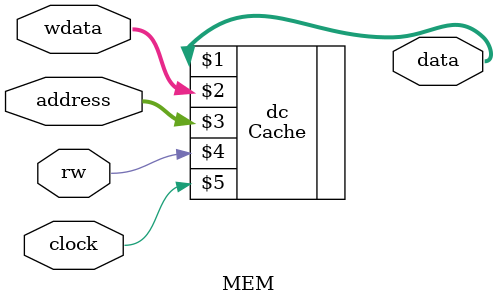
<source format=v>
`timescale 1ns / 1ps


module MEM #(parameter Width=32,MemWidth=8,Size=256,Addbits=8)(
    output [Width-1:0] data,
    input [Width-1:0] wdata,
    input [Addbits-1:0] address,
    input rw,
    input clock
);

    Cache dc(data,wdata,address,rw,clock);
    
endmodule

</source>
